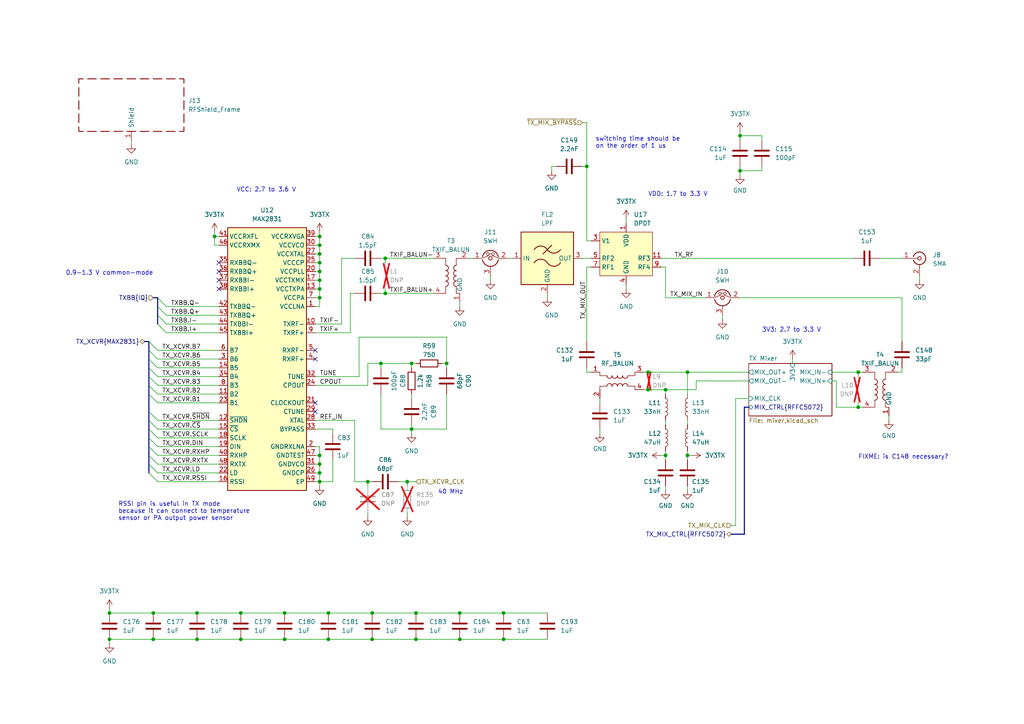
<source format=kicad_sch>
(kicad_sch (version 20230121) (generator eeschema)
  (paper "A4")
  (title_block (title "${TITLE}") (date "${DATE}") (rev "${VERSION}") (company "${COPYRIGHT}") (comment 1 "${LICENSE}"))
  (bus_alias "MAX2831" (members "~{SHDN}" "~{CS}" "SCLK" "DIN" "RXHP" "RXTX" "LD" "RSSI" "B[1..7]" ""))
  (junction (at 92.71 86.36))
  (junction (at 199.39 132.08))
  (junction (at 95.25 185.42))
  (junction (at 57.15 177.8))
  (junction (at 129.54 105.41))
  (junction (at 214.63 39.37))
  (junction (at 111.76 74.93))
  (junction (at 92.71 132.08))
  (junction (at 106.68 139.7))
  (junction (at 92.71 76.2))
  (junction (at 199.39 107.95))
  (junction (at 69.85 185.42))
  (junction (at 187.96 113.03))
  (junction (at 193.04 132.08))
  (junction (at 110.49 105.41))
  (junction (at 92.71 73.66))
  (junction (at 31.75 185.42))
  (junction (at 111.76 85.09))
  (junction (at 92.71 68.58))
  (junction (at 214.63 49.53))
  (junction (at 92.71 139.7))
  (junction (at 82.55 185.42))
  (junction (at 119.38 124.46))
  (junction (at 193.04 113.03))
  (junction (at 118.11 139.7))
  (junction (at 82.55 177.8))
  (junction (at 31.75 177.8))
  (junction (at 92.71 78.74))
  (junction (at 120.65 185.42))
  (junction (at 92.71 71.12))
  (junction (at 187.96 107.95))
  (junction (at 248.92 118.11))
  (junction (at 120.65 177.8))
  (junction (at 44.45 185.42))
  (junction (at 107.95 185.42))
  (junction (at 62.23 68.58))
  (junction (at 69.85 177.8))
  (junction (at 119.38 105.41))
  (junction (at 248.92 107.95))
  (junction (at 92.71 134.62))
  (junction (at 44.45 177.8))
  (junction (at 92.71 81.28))
  (junction (at 133.35 185.42))
  (junction (at 95.25 177.8))
  (junction (at 92.71 137.16))
  (junction (at 92.71 83.82))
  (junction (at 133.35 177.8))
  (junction (at 146.05 185.42))
  (junction (at 170.18 48.26))
  (junction (at 107.95 177.8))
  (junction (at 146.05 177.8))
  (junction (at 57.15 185.42))
  (no_connect (at 63.5 81.28))
  (no_connect (at 91.44 104.14))
  (no_connect (at 91.44 116.84))
  (no_connect (at 91.44 101.6))
  (no_connect (at 63.5 83.82))
  (no_connect (at 91.44 119.38))
  (no_connect (at 63.5 76.2))
  (no_connect (at 63.5 78.74))
  (bus_entry (at 43.18 114.3) (size 2.54 2.54))
  (bus_entry (at 45.72 86.36) (size 2.54 2.54))
  (bus_entry (at 45.72 93.98) (size 2.54 2.54))
  (bus_entry (at 43.18 109.22) (size 2.54 2.54))
  (bus_entry (at 43.18 134.62) (size 2.54 2.54))
  (bus_entry (at 43.18 99.06) (size 2.54 2.54))
  (bus_entry (at 43.18 101.6) (size 2.54 2.54))
  (bus_entry (at 45.72 88.9) (size 2.54 2.54))
  (bus_entry (at 43.18 132.08) (size 2.54 2.54))
  (bus_entry (at 43.18 106.68) (size 2.54 2.54))
  (bus_entry (at 43.18 104.14) (size 2.54 2.54))
  (bus_entry (at 45.72 91.44) (size 2.54 2.54))
  (bus_entry (at 43.18 137.16) (size 2.54 2.54))
  (bus_entry (at 43.18 127) (size 2.54 2.54))
  (bus_entry (at 43.18 124.46) (size 2.54 2.54))
  (bus_entry (at 43.18 119.38) (size 2.54 2.54))
  (bus_entry (at 43.18 129.54) (size 2.54 2.54))
  (bus_entry (at 43.18 121.92) (size 2.54 2.54))
  (bus_entry (at 43.18 111.76) (size 2.54 2.54))
  (wire (pts (xy 95.25 177.8) (xy 107.95 177.8)))
  (wire (pts (xy 199.39 132.08) (xy 199.39 133.35)))
  (wire (pts (xy 220.98 49.53) (xy 220.98 48.26)))
  (wire (pts (xy 214.63 38.1) (xy 214.63 39.37)))
  (wire (pts (xy 111.76 85.09) (xy 125.73 85.09)))
  (wire (pts (xy 168.91 74.93) (xy 171.45 74.93)))
  (wire (pts (xy 96.52 133.35) (xy 96.52 139.7)))
  (wire (pts (xy 48.26 93.98) (xy 63.5 93.98)))
  (wire (pts (xy 170.18 35.56) (xy 170.18 48.26)))
  (wire (pts (xy 45.72 109.22) (xy 63.5 109.22)))
  (wire (pts (xy 266.7 80.01) (xy 266.7 81.28)))
  (wire (pts (xy 187.96 107.95) (xy 199.39 107.95)))
  (wire (pts (xy 62.23 67.31) (xy 62.23 68.58)))
  (bus (pts (xy 45.72 93.98) (xy 45.72 91.44)))
  (wire (pts (xy 135.89 74.93) (xy 137.16 74.93)))
  (wire (pts (xy 214.63 49.53) (xy 220.98 49.53)))
  (wire (pts (xy 69.85 185.42) (xy 82.55 185.42)))
  (wire (pts (xy 248.92 118.11) (xy 248.92 116.84)))
  (bus (pts (xy 43.18 121.92) (xy 43.18 119.38)))
  (wire (pts (xy 91.44 111.76) (xy 106.68 111.76)))
  (wire (pts (xy 158.75 85.09) (xy 158.75 86.36)))
  (wire (pts (xy 170.18 77.47) (xy 171.45 77.47)))
  (wire (pts (xy 168.91 48.26) (xy 170.18 48.26)))
  (wire (pts (xy 92.71 78.74) (xy 92.71 76.2)))
  (wire (pts (xy 199.39 132.08) (xy 200.66 132.08)))
  (wire (pts (xy 191.77 74.93) (xy 247.65 74.93)))
  (wire (pts (xy 170.18 69.85) (xy 171.45 69.85)))
  (wire (pts (xy 110.49 114.3) (xy 110.49 124.46)))
  (wire (pts (xy 92.71 76.2) (xy 92.71 73.66)))
  (wire (pts (xy 193.04 140.97) (xy 193.04 142.24)))
  (wire (pts (xy 118.11 148.59) (xy 118.11 149.86)))
  (wire (pts (xy 120.65 185.42) (xy 133.35 185.42)))
  (wire (pts (xy 146.05 177.8) (xy 158.75 177.8)))
  (wire (pts (xy 255.27 74.93) (xy 261.62 74.93)))
  (wire (pts (xy 170.18 48.26) (xy 170.18 69.85)))
  (wire (pts (xy 193.04 113.03) (xy 193.04 114.3)))
  (wire (pts (xy 104.14 109.22) (xy 91.44 109.22)))
  (wire (pts (xy 92.71 137.16) (xy 92.71 139.7)))
  (wire (pts (xy 95.25 185.42) (xy 107.95 185.42)))
  (wire (pts (xy 119.38 105.41) (xy 110.49 105.41)))
  (wire (pts (xy 31.75 176.53) (xy 31.75 177.8)))
  (wire (pts (xy 119.38 124.46) (xy 110.49 124.46)))
  (wire (pts (xy 193.04 113.03) (xy 187.96 113.03)))
  (wire (pts (xy 209.55 91.44) (xy 209.55 92.71)))
  (wire (pts (xy 44.45 185.42) (xy 57.15 185.42)))
  (bus (pts (xy 44.45 86.36) (xy 45.72 86.36)))
  (wire (pts (xy 45.72 124.46) (xy 63.5 124.46)))
  (wire (pts (xy 161.29 48.26) (xy 160.02 48.26)))
  (bus (pts (xy 43.18 137.16) (xy 43.18 134.62)))
  (wire (pts (xy 31.75 185.42) (xy 31.75 186.69)))
  (wire (pts (xy 129.54 97.79) (xy 104.14 97.79)))
  (wire (pts (xy 110.49 85.09) (xy 111.76 85.09)))
  (bus (pts (xy 43.18 132.08) (xy 43.18 129.54)))
  (wire (pts (xy 129.54 105.41) (xy 129.54 97.79)))
  (wire (pts (xy 45.72 132.08) (xy 63.5 132.08)))
  (wire (pts (xy 193.04 86.36) (xy 193.04 77.47)))
  (wire (pts (xy 38.1 40.64) (xy 38.1 41.91)))
  (bus (pts (xy 41.91 99.06) (xy 43.18 99.06)))
  (wire (pts (xy 99.06 93.98) (xy 99.06 74.93)))
  (wire (pts (xy 261.62 107.95) (xy 261.62 106.68)))
  (wire (pts (xy 110.49 74.93) (xy 111.76 74.93)))
  (wire (pts (xy 199.39 140.97) (xy 199.39 142.24)))
  (wire (pts (xy 193.04 86.36) (xy 204.47 86.36)))
  (wire (pts (xy 99.06 74.93) (xy 102.87 74.93)))
  (wire (pts (xy 217.17 115.57) (xy 213.36 115.57)))
  (wire (pts (xy 118.11 139.7) (xy 120.65 139.7)))
  (wire (pts (xy 48.26 88.9) (xy 63.5 88.9)))
  (wire (pts (xy 48.26 96.52) (xy 63.5 96.52)))
  (wire (pts (xy 119.38 105.41) (xy 119.38 106.68)))
  (wire (pts (xy 106.68 148.59) (xy 106.68 149.86)))
  (wire (pts (xy 193.04 132.08) (xy 193.04 133.35)))
  (wire (pts (xy 248.92 107.95) (xy 250.19 107.95)))
  (wire (pts (xy 118.11 139.7) (xy 118.11 140.97)))
  (wire (pts (xy 191.77 132.08) (xy 193.04 132.08)))
  (wire (pts (xy 199.39 121.92) (xy 199.39 123.19)))
  (wire (pts (xy 199.39 130.81) (xy 199.39 132.08)))
  (wire (pts (xy 92.71 134.62) (xy 92.71 137.16)))
  (wire (pts (xy 111.76 76.2) (xy 111.76 74.93)))
  (wire (pts (xy 181.61 82.55) (xy 181.61 83.82)))
  (wire (pts (xy 110.49 105.41) (xy 110.49 106.68)))
  (wire (pts (xy 62.23 71.12) (xy 63.5 71.12)))
  (wire (pts (xy 201.93 113.03) (xy 193.04 113.03)))
  (wire (pts (xy 92.71 139.7) (xy 96.52 139.7)))
  (wire (pts (xy 214.63 39.37) (xy 214.63 40.64)))
  (wire (pts (xy 92.71 83.82) (xy 92.71 81.28)))
  (wire (pts (xy 186.69 107.95) (xy 187.96 107.95)))
  (bus (pts (xy 43.18 104.14) (xy 43.18 101.6)))
  (bus (pts (xy 217.17 118.11) (xy 215.9 118.11)))
  (wire (pts (xy 111.76 74.93) (xy 125.73 74.93)))
  (wire (pts (xy 62.23 68.58) (xy 63.5 68.58)))
  (bus (pts (xy 43.18 109.22) (xy 43.18 106.68)))
  (wire (pts (xy 104.14 97.79) (xy 104.14 109.22)))
  (wire (pts (xy 170.18 106.68) (xy 170.18 107.95)))
  (bus (pts (xy 43.18 134.62) (xy 43.18 132.08)))
  (wire (pts (xy 91.44 134.62) (xy 92.71 134.62)))
  (wire (pts (xy 45.72 134.62) (xy 63.5 134.62)))
  (wire (pts (xy 91.44 83.82) (xy 92.71 83.82)))
  (wire (pts (xy 92.71 68.58) (xy 92.71 67.31)))
  (wire (pts (xy 57.15 177.8) (xy 69.85 177.8)))
  (wire (pts (xy 91.44 68.58) (xy 92.71 68.58)))
  (wire (pts (xy 170.18 99.06) (xy 170.18 77.47)))
  (wire (pts (xy 91.44 86.36) (xy 92.71 86.36)))
  (bus (pts (xy 215.9 118.11) (xy 215.9 154.94)))
  (wire (pts (xy 101.6 85.09) (xy 101.6 96.52)))
  (wire (pts (xy 106.68 139.7) (xy 107.95 139.7)))
  (wire (pts (xy 102.87 121.92) (xy 102.87 139.7)))
  (wire (pts (xy 248.92 118.11) (xy 242.57 118.11)))
  (wire (pts (xy 92.71 132.08) (xy 92.71 134.62)))
  (wire (pts (xy 91.44 78.74) (xy 92.71 78.74)))
  (wire (pts (xy 119.38 124.46) (xy 119.38 125.73)))
  (wire (pts (xy 248.92 107.95) (xy 248.92 109.22)))
  (wire (pts (xy 57.15 185.42) (xy 69.85 185.42)))
  (wire (pts (xy 107.95 177.8) (xy 120.65 177.8)))
  (wire (pts (xy 82.55 185.42) (xy 95.25 185.42)))
  (wire (pts (xy 91.44 81.28) (xy 92.71 81.28)))
  (wire (pts (xy 119.38 124.46) (xy 129.54 124.46)))
  (wire (pts (xy 133.35 177.8) (xy 146.05 177.8)))
  (wire (pts (xy 45.72 116.84) (xy 63.5 116.84)))
  (wire (pts (xy 147.32 74.93) (xy 148.59 74.93)))
  (wire (pts (xy 181.61 63.5) (xy 181.61 64.77)))
  (wire (pts (xy 146.05 185.42) (xy 158.75 185.42)))
  (wire (pts (xy 106.68 139.7) (xy 106.68 140.97)))
  (wire (pts (xy 220.98 39.37) (xy 220.98 40.64)))
  (wire (pts (xy 193.04 77.47) (xy 191.77 77.47)))
  (wire (pts (xy 62.23 68.58) (xy 62.23 71.12)))
  (wire (pts (xy 214.63 49.53) (xy 214.63 50.8)))
  (wire (pts (xy 91.44 93.98) (xy 99.06 93.98)))
  (wire (pts (xy 199.39 107.95) (xy 217.17 107.95)))
  (wire (pts (xy 142.24 80.01) (xy 142.24 81.28)))
  (wire (pts (xy 199.39 107.95) (xy 199.39 114.3)))
  (bus (pts (xy 43.18 114.3) (xy 43.18 111.76)))
  (wire (pts (xy 91.44 71.12) (xy 92.71 71.12)))
  (wire (pts (xy 170.18 107.95) (xy 171.45 107.95)))
  (wire (pts (xy 91.44 76.2) (xy 92.71 76.2)))
  (wire (pts (xy 92.71 139.7) (xy 92.71 140.97)))
  (bus (pts (xy 43.18 101.6) (xy 43.18 99.06)))
  (wire (pts (xy 45.72 127) (xy 63.5 127)))
  (wire (pts (xy 91.44 121.92) (xy 102.87 121.92)))
  (wire (pts (xy 69.85 177.8) (xy 82.55 177.8)))
  (wire (pts (xy 115.57 139.7) (xy 118.11 139.7)))
  (wire (pts (xy 133.35 185.42) (xy 146.05 185.42)))
  (wire (pts (xy 45.72 139.7) (xy 63.5 139.7)))
  (wire (pts (xy 193.04 130.81) (xy 193.04 132.08)))
  (wire (pts (xy 45.72 137.16) (xy 63.5 137.16)))
  (wire (pts (xy 45.72 114.3) (xy 63.5 114.3)))
  (wire (pts (xy 111.76 83.82) (xy 111.76 85.09)))
  (wire (pts (xy 241.3 107.95) (xy 248.92 107.95)))
  (wire (pts (xy 92.71 81.28) (xy 92.71 78.74)))
  (wire (pts (xy 250.19 118.11) (xy 248.92 118.11)))
  (wire (pts (xy 45.72 129.54) (xy 63.5 129.54)))
  (wire (pts (xy 91.44 139.7) (xy 92.71 139.7)))
  (wire (pts (xy 96.52 124.46) (xy 96.52 125.73)))
  (wire (pts (xy 133.35 87.63) (xy 133.35 88.9)))
  (wire (pts (xy 193.04 121.92) (xy 193.04 123.19)))
  (wire (pts (xy 186.69 113.03) (xy 187.96 113.03)))
  (wire (pts (xy 91.44 132.08) (xy 92.71 132.08)))
  (bus (pts (xy 45.72 91.44) (xy 45.72 88.9)))
  (wire (pts (xy 31.75 185.42) (xy 44.45 185.42)))
  (bus (pts (xy 215.9 154.94) (xy 212.09 154.94)))
  (wire (pts (xy 173.99 115.57) (xy 173.99 116.84)))
  (wire (pts (xy 102.87 85.09) (xy 101.6 85.09)))
  (wire (pts (xy 160.02 48.26) (xy 160.02 49.53)))
  (wire (pts (xy 44.45 177.8) (xy 57.15 177.8)))
  (wire (pts (xy 201.93 110.49) (xy 217.17 110.49)))
  (wire (pts (xy 129.54 105.41) (xy 128.27 105.41)))
  (bus (pts (xy 43.18 119.38) (xy 43.18 114.3)))
  (wire (pts (xy 91.44 129.54) (xy 92.71 129.54)))
  (wire (pts (xy 45.72 121.92) (xy 63.5 121.92)))
  (wire (pts (xy 242.57 110.49) (xy 241.3 110.49)))
  (wire (pts (xy 91.44 124.46) (xy 96.52 124.46)))
  (wire (pts (xy 242.57 118.11) (xy 242.57 110.49)))
  (wire (pts (xy 106.68 111.76) (xy 106.68 105.41)))
  (wire (pts (xy 45.72 104.14) (xy 63.5 104.14)))
  (wire (pts (xy 119.38 123.19) (xy 119.38 124.46)))
  (wire (pts (xy 82.55 177.8) (xy 95.25 177.8)))
  (wire (pts (xy 119.38 114.3) (xy 119.38 115.57)))
  (wire (pts (xy 213.36 115.57) (xy 213.36 152.4)))
  (wire (pts (xy 92.71 88.9) (xy 91.44 88.9)))
  (wire (pts (xy 213.36 152.4) (xy 212.09 152.4)))
  (wire (pts (xy 91.44 137.16) (xy 92.71 137.16)))
  (wire (pts (xy 129.54 114.3) (xy 129.54 124.46)))
  (wire (pts (xy 201.93 113.03) (xy 201.93 110.49)))
  (bus (pts (xy 43.18 124.46) (xy 43.18 121.92)))
  (bus (pts (xy 45.72 88.9) (xy 45.72 86.36)))
  (wire (pts (xy 107.95 185.42) (xy 120.65 185.42)))
  (bus (pts (xy 43.18 129.54) (xy 43.18 127)))
  (wire (pts (xy 45.72 106.68) (xy 63.5 106.68)))
  (wire (pts (xy 92.71 83.82) (xy 92.71 86.36)))
  (wire (pts (xy 214.63 86.36) (xy 261.62 86.36)))
  (wire (pts (xy 214.63 39.37) (xy 220.98 39.37)))
  (wire (pts (xy 120.65 105.41) (xy 119.38 105.41)))
  (wire (pts (xy 31.75 177.8) (xy 44.45 177.8)))
  (bus (pts (xy 43.18 111.76) (xy 43.18 109.22)))
  (wire (pts (xy 120.65 177.8) (xy 133.35 177.8)))
  (wire (pts (xy 102.87 139.7) (xy 106.68 139.7)))
  (wire (pts (xy 45.72 111.76) (xy 63.5 111.76)))
  (wire (pts (xy 92.71 71.12) (xy 92.71 68.58)))
  (wire (pts (xy 106.68 105.41) (xy 110.49 105.41)))
  (bus (pts (xy 43.18 106.68) (xy 43.18 104.14)))
  (wire (pts (xy 173.99 124.46) (xy 173.99 125.73)))
  (wire (pts (xy 229.87 104.14) (xy 229.87 105.41)))
  (wire (pts (xy 214.63 48.26) (xy 214.63 49.53)))
  (wire (pts (xy 92.71 129.54) (xy 92.71 132.08)))
  (wire (pts (xy 48.26 91.44) (xy 63.5 91.44)))
  (wire (pts (xy 92.71 73.66) (xy 92.71 71.12)))
  (wire (pts (xy 129.54 105.41) (xy 129.54 106.68)))
  (wire (pts (xy 101.6 96.52) (xy 91.44 96.52)))
  (wire (pts (xy 261.62 86.36) (xy 261.62 99.06)))
  (wire (pts (xy 45.72 101.6) (xy 63.5 101.6)))
  (wire (pts (xy 168.91 35.56) (xy 170.18 35.56)))
  (wire (pts (xy 92.71 86.36) (xy 92.71 88.9)))
  (bus (pts (xy 43.18 127) (xy 43.18 124.46)))
  (wire (pts (xy 91.44 73.66) (xy 92.71 73.66)))
  (wire (pts (xy 257.81 120.65) (xy 257.81 121.92)))
  (wire (pts (xy 260.35 107.95) (xy 261.62 107.95)))
  (text "40 MHz" (at 127 143.51 0) (effects (font (size 1.27 1.27)) (justify left bottom)))
  (text "VDD: 1.7 to 3.3 V" (at 187.96 57.15 0) (effects (font (size 1.27 1.27)) (justify left bottom)))
  (text "FIXME: is C148 necessary?" (at 248.92 133.35 0) (effects (font (size 1.27 1.27)) (justify left bottom)))
  (text "RSSI pin is useful in TX mode\nbecause it can connect to temperature\nsensor or PA output power sensor" (at 34.29 151.13 0) (effects (font (size 1.27 1.27)) (justify left bottom)))
  (text "3V3: 2.7 to 3.3 V" (at 220.98 96.52 0) (effects (font (size 1.27 1.27)) (justify left bottom)))
  (text "switching time should be\non the order of 1 us" (at 172.72 43.18 0) (effects (font (size 1.27 1.27)) (justify left bottom)))
  (text "0.9-1.3 V common-mode" (at 19.05 80.01 0) (effects (font (size 1.27 1.27)) (justify left bottom)))
  (text "VCC: 2.7 to 3.6 V" (at 68.58 55.88 0) (effects (font (size 1.27 1.27)) (justify left bottom)))
  (label "TX_XCVR.B1" (at 46.99 116.84 0))
  (label "TXBB.Q-" (at 49.53 88.9 0))
  (label "TXBB.Q+" (at 49.53 91.44 0))
  (label "TXIF-" (at 92.71 93.98 0))
  (label "TX_XCVR.B7" (at 46.99 101.6 0))
  (label "TX_MIX_IN" (at 194.31 86.36 0))
  (label "TX_XCVR.~{SHDN}" (at 46.99 121.92 0))
  (label "CPOUT" (at 92.71 111.76 0))
  (label "TX_XCVR.LD" (at 46.99 137.16 0))
  (label "TXBB.I+" (at 49.53 96.52 0))
  (label "TX_XCVR.RXTX" (at 46.99 134.62 0))
  (label "TX_XCVR.B4" (at 46.99 109.22 0))
  (label "TXIF_BALUN+" (at 113.03 85.09 0))
  (label "TX_XCVR.DIN" (at 46.99 129.54 0))
  (label "TX_XCVR.RXHP" (at 46.99 132.08 0))
  (label "TX_XCVR.B5" (at 46.99 106.68 0))
  (label "TX_XCVR.B2" (at 46.99 114.3 0))
  (label "TX_XCVR.SCLK" (at 46.99 127 0))
  (label "TX_MIX_OUT" (at 170.18 92.71 90))
  (label "TXIF+" (at 92.71 96.52 0))
  (label "TX_RF" (at 195.58 74.93 0))
  (label "TX_XCVR.B3" (at 46.99 111.76 0))
  (label "TXIF_BALUN-" (at 113.03 74.93 0))
  (label "TX_XCVR.B6" (at 46.99 104.14 0))
  (label "TXBB.I-" (at 49.53 93.98 0))
  (label "TUNE" (at 92.71 109.22 0))
  (label "REF_IN" (at 92.71 121.92 0))
  (label "TX_XCVR.~{CS}" (at 46.99 124.46 0))
  (label "TX_XCVR.RSSI" (at 46.99 139.7 0))
  (hierarchical_label "TX_MIX_CLK" (shape input) (at 212.09 152.4 180))
  (hierarchical_label "TX_XCVR_CLK" (shape input) (at 120.65 139.7 0))
  (hierarchical_label "TX_MIX_CTRL{RFFC5072}" (shape bidirectional) (at 212.09 154.94 180))
  (hierarchical_label "TXBB{IQ}" (shape input) (at 44.45 86.36 180))
  (hierarchical_label "TX_XCVR{MAX2831}" (shape bidirectional) (at 41.91 99.06 180))
  (hierarchical_label "~{TX_MIX_BYPASS}" (shape input) (at 168.91 35.56 180))
  (symbol (lib_id "Device:L") (at 111.76 80.01 0) (unit 1) (dnp yes)
    (property "Reference" "L1" (at 113.03 78.74 0) (effects (justify left)))
    (property "Value" "DNP" (at 113.03 81.28 0) (effects (justify left)))
    (property "Footprint" "Inductor_SMD:L_0201_0603Metric" (effects hide))
  )
  (symbol (lib_id "support_hardware:3V3TX") (at 181.61 63.5 0) (unit 1)
    (property "Reference" "#PWR0188" (effects hide))
    (property "Value" "3V3TX" (at 181.61 58.42 0))
  )
  (symbol (lib_id "power:GND") (at 199.39 142.24 0) (mirror y) (unit 1)
    (property "Reference" "#PWR023" (effects hide))
    (property "Value" "GND" (at 199.39 146.6834 0))
    (instances (project "ununs" (path "" (reference "#PWR023") (unit 1))) (project "mainboard" (path "" (reference "#PWR0227") (unit 1))))
  )
  (symbol (lib_id "power:GND") (at 266.7 81.28 0) (unit 1)
    (property "Reference" "#PWR023" (effects hide))
    (property "Value" "GND" (at 266.7 86.36 0))
    (instances (project "ununs" (path "" (reference "#PWR023") (unit 1))) (project "mainboard" (path "" (reference "#PWR0224") (unit 1))))
  )
  (symbol (lib_id "Device:R") (at 124.46 105.41 270) (mirror x) (unit 1)
    (property "Reference" "R59" (at 124.46 100.33 90))
    (property "Value" "750" (at 124.46 102.87 90))
    (property "Footprint" "Resistor_SMD:R_0201_0603Metric" (effects hide))
    (property "Description" "RES 750 OHM 5% 1/20W 0201" (effects hide))
    (property "Manufacturer" "Yageo" (effects hide))
    (property "Part Number" "RC0201JR-07750RL" (effects hide))
    (property "Substitution" "any equivalent" (effects hide))
  )
  (symbol (lib_id "Device:R") (at 118.11 144.78 0) (unit 1) (dnp yes)
    (property "Reference" "R135" (at 120.65 143.51 0) (effects (justify left)))
    (property "Value" "DNP" (at 120.65 146.05 0) (effects (justify left)))
    (property "Footprint" "Resistor_SMD:R_0402_1005Metric" (effects hide))
  )
  (symbol (lib_id "power:GND") (at 38.1 41.91 0) (unit 1)
    (property "Reference" "#PWR0309" (effects hide))
    (property "Value" "GND" (at 38.1 46.99 0))
  )
  (symbol (lib_id "Device:C") (at 106.68 74.93 90) (unit 1)
    (property "Reference" "C84" (at 106.68 68.58 90))
    (property "Value" "1.5pF" (at 106.68 71.12 90))
    (property "Footprint" "Capacitor_SMD:C_0201_0603Metric" (effects hide))
    (property "Description" "CAP CER 1.5PF 50V C0G/NP0 0201" (effects hide))
    (property "Manufacturer" "Murata" (effects hide))
    (property "Part Number" "GRM0335C1H1R5CA01D" (effects hide))
    (property "Substitution" "GRM0335C1H1R5CA01*" (effects hide))
  )
  (symbol (lib_id "Device:L") (at 193.04 118.11 0) (mirror x) (unit 1)
    (property "Reference" "L11" (at 191.77 116.84 0) (effects (justify right)))
    (property "Value" "33nH" (at 191.77 119.38 0) (effects (justify right)))
    (property "Footprint" "Inductor_SMD:L_0201_0603Metric" (effects hide))
    (property "Description" "FIXED IND 33NH 120MA 2.95OHM SMD" (effects hide))
    (property "Manufacturer" "Murata" (effects hide))
    (property "Part Number" "LQP03TN33NJ02D" (effects hide))
  )
  (symbol (lib_id "support_hardware:3V3TX") (at 92.71 67.31 0) (unit 1)
    (property "Reference" "#PWR0187" (effects hide))
    (property "Value" "3V3TX" (at 92.71 62.23 0))
  )
  (symbol (lib_id "power:GND") (at 209.55 92.71 0) (unit 1)
    (property "Reference" "#PWR023" (effects hide))
    (property "Value" "GND" (at 209.55 97.79 0))
    (instances (project "ununs" (path "" (reference "#PWR023") (unit 1))) (project "mainboard" (path "" (reference "#PWR0276") (unit 1))))
  )
  (symbol (lib_id "support_hardware:3V3TX") (at 200.66 132.08 270) (unit 1)
    (property "Reference" "#PWR0267" (effects hide))
    (property "Value" "3V3TX" (at 204.47 132.08 90) (effects (justify left)))
  )
  (symbol (lib_id "Device:C") (at 120.65 181.61 180) (unit 1)
    (property "Reference" "C183" (at 124.46 180.34 0) (effects (justify right)))
    (property "Value" "1uF" (at 124.46 182.88 0) (effects (justify right)))
    (property "Footprint" "Capacitor_SMD:C_0201_0603Metric" (effects hide))
    (property "Description" "CAP CER 1UF 10V X5R 0201" (effects hide))
    (property "Manufacturer" "Murata" (effects hide))
    (property "Part Number" "GRM033R61A105ME44D" (effects hide))
    (property "Substitution" "GRM033R61A105ME44*, GRM033R61C105ME15*, Samsung CL03A105MO3NRN*" (effects hide))
  )
  (symbol (lib_id "Device:C") (at 119.38 119.38 0) (mirror x) (unit 1)
    (property "Reference" "C89" (at 125.73 119.38 90))
    (property "Value" "2.2nF" (at 123.19 119.38 90))
    (property "Footprint" "Capacitor_SMD:C_0201_0603Metric" (effects hide))
    (property "Description" "CAP CER 2200PF 10V X7R 0201" (effects hide))
    (property "Manufacturer" "Murata" (effects hide))
    (property "Part Number" "GRM033R71A222KA01D" (effects hide))
    (property "Substitution" "GRM033R71A222KA01*" (effects hide))
  )
  (symbol (lib_id "Device:C") (at 57.15 181.61 180) (unit 1)
    (property "Reference" "C178" (at 60.96 180.34 0) (effects (justify right)))
    (property "Value" "1uF" (at 60.96 182.88 0) (effects (justify right)))
    (property "Footprint" "Capacitor_SMD:C_0201_0603Metric" (effects hide))
    (property "Description" "CAP CER 1UF 10V X5R 0201" (effects hide))
    (property "Manufacturer" "Murata" (effects hide))
    (property "Part Number" "GRM033R61A105ME44D" (effects hide))
    (property "Substitution" "GRM033R61A105ME44*, GRM033R61C105ME15*, Samsung CL03A105MO3NRN*" (effects hide))
  )
  (symbol (lib_id "Device:C") (at 214.63 44.45 0) (mirror x) (unit 1)
    (property "Reference" "C114" (at 210.82 43.18 0) (effects (justify right)))
    (property "Value" "1uF" (at 210.82 45.72 0) (effects (justify right)))
    (property "Footprint" "Capacitor_SMD:C_0201_0603Metric" (effects hide))
    (property "Part Number" "GRM033R61A105ME44D" (effects hide))
    (property "Substitution" "GRM033R61A105ME44*, GRM033R61C105ME15*, Samsung CL03A105MO3NRN*" (effects hide))
    (property "Description" "CAP CER 1UF 10V X5R 0201" (effects hide))
    (property "Manufacturer" "Murata" (effects hide))
  )
  (symbol (lib_id "radio:B0310J50100AHF") (at 179.07 110.49 0) (unit 1)
    (property "Reference" "T5" (at 179.07 102.87 0))
    (property "Value" "RF_BALUN" (at 179.07 105.41 0))
    (property "Footprint" "RF_Converter:Anaren_0805_2012Metric-6" (effects hide))
    (property "Datasheet" "https://cdn.ttm.com/repository/products/wireless-xinger/balun-transformers/B0310J50100AHF/B0310J50100AHF.pdf" (effects hide))
    (property "Description" "BALUN 300MHZ-1GHZ 50/100 0805" (effects hide))
    (property "Manufacturer" "TTM Technologies" (effects hide))
    (property "Part Number" "B0310J50100AHF" (effects hide))
  )
  (symbol (lib_id "Device:C") (at 173.99 120.65 180) (unit 1)
    (property "Reference" "C133" (at 177.8 119.38 0) (effects (justify right)))
    (property "Value" "1uF" (at 177.8 121.92 0) (effects (justify right)))
    (property "Footprint" "Capacitor_SMD:C_0201_0603Metric" (effects hide))
    (property "Description" "CAP CER 1UF 10V X5R 0201" (effects hide))
    (property "Manufacturer" "Murata" (effects hide))
    (property "Part Number" "GRM033R61A105ME44D" (effects hide))
    (property "Substitution" "GRM033R61A105ME44*, GRM033R61C105ME15*, Samsung CL03A105MO3NRN*" (effects hide))
  )
  (symbol (lib_id "radio:Conn_Coaxial_MM8930-2620") (at 209.55 86.36 0) (unit 1)
    (property "Reference" "J10" (at 209.55 78.74 0))
    (property "Value" "SWH" (at 209.55 81.28 0))
    (property "Footprint" "mainboard:Murata_SWH_MM8930-26xx" (effects hide))
    (property "Datasheet" "https://www.murata.com/-/media/webrenewal/support/library/catalog/products/connector/o30e.ashx" (effects hide))
    (property "Description" "COAX CONN TWO-WAY" (effects hide))
    (property "Manufacturer" "Murata" (effects hide))
    (property "Part Number" "MM8930-2620RJ4" (effects hide))
    (property "Substitution" "MM8930-2620RK15" (effects hide))
  )
  (symbol (lib_name "GND_2") (lib_id "power:GND") (at 31.75 186.69 0) (unit 1)
    (property "Reference" "#PWR070" (effects hide))
    (property "Value" "GND" (at 31.75 191.77 0))
  )
  (symbol (lib_name "GND_2") (lib_id "power:GND") (at 158.75 86.36 0) (unit 1)
    (property "Reference" "#PWR0194" (effects hide))
    (property "Value" "GND" (at 160.02 91.44 0))
  )
  (symbol (lib_id "Device:C") (at 106.68 144.78 0) (unit 1) (dnp yes)
    (property "Reference" "C87" (at 110.49 143.51 0) (effects (justify left)))
    (property "Value" "DNP" (at 110.49 146.05 0) (effects (justify left)))
    (property "Footprint" "Capacitor_SMD:C_0201_0603Metric" (effects hide))
  )
  (symbol (lib_id "power:GND") (at 118.11 149.86 0) (unit 1)
    (property "Reference" "#PWR0344" (effects hide))
    (property "Value" "GND" (at 118.11 154.94 0))
  )
  (symbol (lib_id "support_hardware:3V3TX") (at 214.63 38.1 0) (unit 1)
    (property "Reference" "#PWR0264" (effects hide))
    (property "Value" "3V3TX" (at 214.63 33.02 0))
  )
  (symbol (lib_id "power:GND") (at 181.61 83.82 0) (unit 1)
    (property "Reference" "#PWR023" (effects hide))
    (property "Value" "GND" (at 181.61 88.9 0))
    (instances (project "ununs" (path "" (reference "#PWR023") (unit 1))) (project "mainboard" (path "" (reference "#PWR0223") (unit 1))))
  )
  (symbol (lib_id "Device:C") (at 133.35 181.61 180) (unit 1)
    (property "Reference" "C184" (at 137.16 180.34 0) (effects (justify right)))
    (property "Value" "1uF" (at 137.16 182.88 0) (effects (justify right)))
    (property "Footprint" "Capacitor_SMD:C_0201_0603Metric" (effects hide))
    (property "Description" "CAP CER 1UF 10V X5R 0201" (effects hide))
    (property "Manufacturer" "Murata" (effects hide))
    (property "Part Number" "GRM033R61A105ME44D" (effects hide))
    (property "Substitution" "GRM033R61A105ME44*, GRM033R61C105ME15*, Samsung CL03A105MO3NRN*" (effects hide))
  )
  (symbol (lib_id "Device:C") (at 31.75 181.61 180) (unit 1)
    (property "Reference" "C176" (at 35.56 180.34 0) (effects (justify right)))
    (property "Value" "1uF" (at 35.56 182.88 0) (effects (justify right)))
    (property "Footprint" "Capacitor_SMD:C_0201_0603Metric" (effects hide))
    (property "Description" "CAP CER 1UF 10V X5R 0201" (effects hide))
    (property "Manufacturer" "Murata" (effects hide))
    (property "Part Number" "GRM033R61A105ME44D" (effects hide))
    (property "Substitution" "GRM033R61A105ME44*, GRM033R61C105ME15*, Samsung CL03A105MO3NRN*" (effects hide))
  )
  (symbol (lib_id "Device:C") (at 44.45 181.61 180) (unit 1)
    (property "Reference" "C177" (at 48.26 180.34 0) (effects (justify right)))
    (property "Value" "1uF" (at 48.26 182.88 0) (effects (justify right)))
    (property "Footprint" "Capacitor_SMD:C_0201_0603Metric" (effects hide))
    (property "Description" "CAP CER 1UF 10V X5R 0201" (effects hide))
    (property "Manufacturer" "Murata" (effects hide))
    (property "Part Number" "GRM033R61A105ME44D" (effects hide))
    (property "Substitution" "GRM033R61A105ME44*, GRM033R61C105ME15*, Samsung CL03A105MO3NRN*" (effects hide))
  )
  (symbol (lib_id "power:GND") (at 160.02 49.53 0) (mirror y) (unit 1)
    (property "Reference" "#PWR023" (effects hide))
    (property "Value" "GND" (at 160.02 54.61 0))
    (instances (project "ununs" (path "" (reference "#PWR023") (unit 1))) (project "mainboard" (path "" (reference "#PWR0269") (unit 1))))
  )
  (symbol (lib_id "Device:C") (at 261.62 102.87 0) (unit 1)
    (property "Reference" "C148" (at 265.43 101.6 0) (effects (justify left)))
    (property "Value" "33pF" (at 265.43 104.14 0) (effects (justify left)))
    (property "Footprint" "Capacitor_SMD:C_0201_0603Metric" (effects hide))
    (property "Description" "CAP CER 33PF 25V C0G/NP0 0201" (effects hide))
    (property "Manufacturer" "Samsung" (effects hide))
    (property "Part Number" "CL03C330JA3NNNC" (effects hide))
  )
  (symbol (lib_id "power:GND") (at 193.04 142.24 0) (mirror y) (unit 1)
    (property "Reference" "#PWR023" (effects hide))
    (property "Value" "GND" (at 193.04 146.6834 0))
    (instances (project "ununs" (path "" (reference "#PWR023") (unit 1))) (project "mainboard" (path "" (reference "#PWR0247") (unit 1))))
  )
  (symbol (lib_id "radio:Conn_Coaxial_MM8930-2620") (at 142.24 74.93 0) (unit 1)
    (property "Reference" "J11" (at 142.24 67.31 0))
    (property "Value" "SWH" (at 142.24 69.85 0))
    (property "Footprint" "mainboard:Murata_SWH_MM8930-26xx" (effects hide))
    (property "Datasheet" "https://www.murata.com/-/media/webrenewal/support/library/catalog/products/connector/o30e.ashx" (effects hide))
    (property "Description" "COAX CONN TWO-WAY" (effects hide))
    (property "Manufacturer" "Murata" (effects hide))
    (property "Part Number" "MM8930-2620RJ4" (effects hide))
    (property "Substitution" "MM8930-2620RK15" (effects hide))
  )
  (symbol (lib_id "Device:C") (at 111.76 139.7 270) (mirror x) (unit 1)
    (property "Reference" "C86" (at 111.76 133.35 90))
    (property "Value" "68pF" (at 111.76 135.89 90))
    (property "Footprint" "Capacitor_SMD:C_0201_0603Metric" (effects hide))
    (property "Description" "CAP CER 68PF 50V C0G/NP0 0201" (effects hide))
    (property "Manufacturer" "Murata" (effects hide))
    (property "Part Number" "GRM0335C1H680JA01D" (effects hide))
    (property "Substitution" "GRM0335C1H680JA01*" (effects hide))
  )
  (symbol (lib_id "Device:C") (at 96.52 129.54 0) (unit 1)
    (property "Reference" "C83" (at 97.79 127 0) (effects (justify left)))
    (property "Value" "1uF" (at 97.79 132.08 0) (effects (justify left)))
    (property "Footprint" "Capacitor_SMD:C_0201_0603Metric" (effects hide))
    (property "Part Number" "GRM033R61A105ME44D" (effects hide))
    (property "Substitution" "GRM033R61A105ME44*, GRM033R61C105ME15*, Samsung CL03A105MO3NRN*" (effects hide))
    (property "Description" "CAP CER 1UF 10V X5R 0201" (effects hide))
    (property "Manufacturer" "Murata" (effects hide))
  )
  (symbol (lib_id "Device:C") (at 82.55 181.61 180) (unit 1)
    (property "Reference" "C180" (at 86.36 180.34 0) (effects (justify right)))
    (property "Value" "1uF" (at 86.36 182.88 0) (effects (justify right)))
    (property "Footprint" "Capacitor_SMD:C_0201_0603Metric" (effects hide))
    (property "Description" "CAP CER 1UF 10V X5R 0201" (effects hide))
    (property "Manufacturer" "Murata" (effects hide))
    (property "Part Number" "GRM033R61A105ME44D" (effects hide))
    (property "Substitution" "GRM033R61A105ME44*, GRM033R61C105ME15*, Samsung CL03A105MO3NRN*" (effects hide))
  )
  (symbol (lib_id "support_hardware:3V3TX") (at 191.77 132.08 90) (unit 1)
    (property "Reference" "#PWR0244" (effects hide))
    (property "Value" "3V3TX" (at 187.96 132.08 90) (effects (justify left)))
  )
  (symbol (lib_id "Device:C") (at 199.39 137.16 0) (mirror x) (unit 1)
    (property "Reference" "C135" (at 200.66 139.7 0) (effects (justify left)))
    (property "Value" "1uF" (at 200.66 142.24 0) (effects (justify left)))
    (property "Footprint" "Capacitor_SMD:C_0201_0603Metric" (effects hide))
    (property "Part Number" "GRM033R61A105ME44D" (effects hide))
    (property "Substitution" "GRM033R61A105ME44*, GRM033R61C105ME15*, Samsung CL03A105MO3NRN*" (effects hide))
    (property "Description" "CAP CER 1UF 10V X5R 0201" (effects hide))
    (property "Manufacturer" "Murata" (effects hide))
  )
  (symbol (lib_id "Device:C") (at 106.68 85.09 90) (unit 1)
    (property "Reference" "C85" (at 106.68 78.74 90))
    (property "Value" "1.5pF" (at 106.68 81.28 90))
    (property "Footprint" "Capacitor_SMD:C_0201_0603Metric" (effects hide))
    (property "Description" "CAP CER 1.5PF 50V C0G/NP0 0201" (effects hide))
    (property "Manufacturer" "Murata" (effects hide))
    (property "Part Number" "GRM0335C1H1R5CA01D" (effects hide))
    (property "Substitution" "GRM0335C1H1R5CA01*" (effects hide))
  )
  (symbol (lib_id "support_hardware:3V3TX") (at 62.23 67.31 0) (unit 1)
    (property "Reference" "#PWR0280" (effects hide))
    (property "Value" "3V3TX" (at 62.23 62.23 0))
  )
  (symbol (lib_id "Device:C") (at 129.54 110.49 0) (mirror x) (unit 1)
    (property "Reference" "C90" (at 135.89 110.49 90))
    (property "Value" "68pF" (at 133.35 110.49 90))
    (property "Footprint" "Capacitor_SMD:C_0201_0603Metric" (effects hide))
    (property "Description" "CAP CER 68PF 50V C0G/NP0 0201" (effects hide))
    (property "Manufacturer" "Murata" (effects hide))
    (property "Part Number" "GRM0335C1H680JA01D" (effects hide))
    (property "Substitution" "GRM0335C1H680JA01*" (effects hide))
  )
  (symbol (lib_id "Device:C") (at 146.05 181.61 0) (unit 1)
    (property "Reference" "C63" (at 149.86 180.34 0) (effects (justify left)))
    (property "Value" "1uF" (at 149.86 182.88 0) (effects (justify left)))
    (property "Footprint" "Capacitor_SMD:C_0201_0603Metric" (effects hide))
    (property "Part Number" "GRM033R61A105ME44D" (effects hide))
    (property "Substitution" "GRM033R61A105ME44*, GRM033R61C105ME15*, Samsung CL03A105MO3NRN*" (effects hide))
    (property "Description" "CAP CER 1UF 10V X5R 0201" (effects hide))
    (property "Manufacturer" "Murata" (effects hide))
  )
  (symbol (lib_id "Device:C") (at 165.1 48.26 90) (unit 1)
    (property "Reference" "C149" (at 165.1 40.64 90))
    (property "Value" "2.2nF" (at 165.1 43.18 90))
    (property "Footprint" "Capacitor_SMD:C_0201_0603Metric" (effects hide))
    (property "Description" "CAP CER 2200PF 10V X7R 0201" (effects hide))
    (property "Manufacturer" "Murata" (effects hide))
    (property "Part Number" "GRM033R71A222KA01D" (effects hide))
    (property "Substitution" "GRM033R71A222KA01*" (effects hide))
  )
  (symbol (lib_id "Device:L") (at 193.04 127 0) (mirror x) (unit 1)
    (property "Reference" "L12" (at 191.77 125.73 0) (effects (justify right)))
    (property "Value" "47uH" (at 191.77 128.27 0) (effects (justify right)))
    (property "Footprint" "Inductor_SMD:L_0603_1608Metric" (effects hide))
    (property "Description" "FIXED IND 47 UH 0.05A 3.25 OHM" (effects hide))
    (property "Manufacturer" "Taiyo Yuden" (effects hide))
    (property "Part Number" "LSQNB160808T470M" (effects hide))
    (property "Substitution" "LSQNB160808T470K" (effects hide))
  )
  (symbol (lib_id "power:GND") (at 214.63 50.8 0) (mirror y) (unit 1)
    (property "Reference" "#PWR023" (effects hide))
    (property "Value" "GND" (at 214.63 55.2434 0))
    (instances (project "ununs" (path "" (reference "#PWR023") (unit 1))) (project "mainboard" (path "" (reference "#PWR0268") (unit 1))))
  )
  (symbol (lib_id "Device:C") (at 107.95 181.61 180) (unit 1)
    (property "Reference" "C182" (at 111.76 180.34 0) (effects (justify right)))
    (property "Value" "1uF" (at 111.76 182.88 0) (effects (justify right)))
    (property "Footprint" "Capacitor_SMD:C_0201_0603Metric" (effects hide))
    (property "Description" "CAP CER 1UF 10V X5R 0201" (effects hide))
    (property "Manufacturer" "Murata" (effects hide))
    (property "Part Number" "GRM033R61A105ME44D" (effects hide))
    (property "Substitution" "GRM033R61A105ME44*, GRM033R61C105ME15*, Samsung CL03A105MO3NRN*" (effects hide))
  )
  (symbol (lib_id "Device:C") (at 170.18 102.87 0) (unit 1)
    (property "Reference" "C132" (at 166.37 101.6 0) (effects (justify right)))
    (property "Value" "1uF" (at 166.37 104.14 0) (effects (justify right)))
    (property "Footprint" "Capacitor_SMD:C_0201_0603Metric" (effects hide))
    (property "Description" "CAP CER 1UF 10V X5R 0201" (effects hide))
    (property "Manufacturer" "Murata" (effects hide))
    (property "Part Number" "GRM033R61A105ME44D" (effects hide))
    (property "Substitution" "GRM033R61A105ME44*, GRM033R61C105ME15*, Samsung CL03A105MO3NRN*" (effects hide))
  )
  (symbol (lib_id "Device:RFShield_OnePiece") (at 38.1 30.48 0) (unit 1)
    (property "Reference" "J13" (at 54.61 29.21 0) (effects (justify left)))
    (property "Value" "RFShield_Frame" (at 54.61 31.75 0) (effects (justify left)))
    (property "Footprint" "RF_Shielding:Laird_Technologies_BMI-S-204-F_32.00x32.00mm" (effects hide))
    (property "Datasheet" "https://www.laird.com/sites/default/files/bmi-s-204-sales.pdf" (effects hide))
    (property "Description" "RF SHIELD FRAME 1.26\" X 1.26\" SOLDER" (effects hide))
    (property "Manufacturer" "Laird" (effects hide))
    (property "Part Number" "BMI-S-204-F" (effects hide))
  )
  (symbol (lib_id "Device:L_Small") (at 187.96 110.49 0) (unit 1) (dnp yes)
    (property "Reference" "L9" (at 189.23 109.22 0) (effects (justify left)))
    (property "Value" "DNP" (at 189.23 111.76 0) (effects (justify left)))
    (property "Footprint" "Inductor_SMD:L_0201_0603Metric" (effects hide))
  )
  (symbol (lib_id "radio:MXD8546F") (at 181.61 74.93 0) (unit 1)
    (property "Reference" "U17" (at 183.8041 62.23 0) (effects (justify left)))
    (property "Value" "DPDT" (at 183.8041 64.77 0) (effects (justify left)))
    (property "Footprint" "mainboard:QFN-12-1EP_2x2mm_P0.5mm_EP1x1mm_ThermalVias" (effects hide))
    (property "Datasheet" "https://datasheet.lcsc.com/lcsc/1912111437_Maxscend-MXD8546FA_C462321.pdf" (effects hide))
    (property "Manufacturer" "Maxscend" (effects hide))
    (property "Part Number" "MXD8546FA" (effects hide))
    (property "Description" "X-DPDT RF SWITCH" (effects hide))
  )
  (symbol (lib_name "GND_2") (lib_id "power:GND") (at 106.68 149.86 0) (unit 1)
    (property "Reference" "#PWR0191" (effects hide))
    (property "Value" "GND" (at 106.68 154.94 0))
  )
  (symbol (lib_id "Device:L") (at 199.39 118.11 180) (unit 1)
    (property "Reference" "L13" (at 200.66 116.84 0) (effects (justify right)))
    (property "Value" "33nH" (at 200.66 119.38 0) (effects (justify right)))
    (property "Footprint" "Inductor_SMD:L_0201_0603Metric" (effects hide))
    (property "Description" "FIXED IND 33NH 120MA 2.95OHM SMD" (effects hide))
    (property "Manufacturer" "Murata" (effects hide))
    (property "Part Number" "LQP03TN33NJ02D" (effects hide))
  )
  (symbol (lib_id "power:GND") (at 257.81 121.92 0) (mirror y) (unit 1)
    (property "Reference" "#PWR023" (effects hide))
    (property "Value" "GND" (at 257.81 126.3634 0))
    (instances (project "ununs" (path "" (reference "#PWR023") (unit 1))) (project "mainboard" (path "" (reference "#PWR0248") (unit 1))))
  )
  (symbol (lib_id "support_hardware:3V3TX") (at 31.75 176.53 0) (unit 1)
    (property "Reference" "#PWR071" (effects hide))
    (property "Value" "3V3TX" (at 31.75 171.45 0))
  )
  (symbol (lib_id "Device:C") (at 95.25 181.61 180) (unit 1)
    (property "Reference" "C181" (at 99.06 180.34 0) (effects (justify right)))
    (property "Value" "1uF" (at 99.06 182.88 0) (effects (justify right)))
    (property "Footprint" "Capacitor_SMD:C_0201_0603Metric" (effects hide))
    (property "Description" "CAP CER 1UF 10V X5R 0201" (effects hide))
    (property "Manufacturer" "Murata" (effects hide))
    (property "Part Number" "GRM033R61A105ME44D" (effects hide))
    (property "Substitution" "GRM033R61A105ME44*, GRM033R61C105ME15*, Samsung CL03A105MO3NRN*" (effects hide))
  )
  (symbol (lib_id "Device:L") (at 199.39 127 180) (unit 1)
    (property "Reference" "L14" (at 200.66 125.73 0) (effects (justify right)))
    (property "Value" "47uH" (at 200.66 128.27 0) (effects (justify right)))
    (property "Footprint" "Inductor_SMD:L_0603_1608Metric" (effects hide))
    (property "Description" "FIXED IND 47 UH 0.05A 3.25 OHM" (effects hide))
    (property "Manufacturer" "Taiyo Yuden" (effects hide))
    (property "Part Number" "LSQNB160808T470M" (effects hide))
    (property "Substitution" "LSQNB160808T470K" (effects hide))
  )
  (symbol (lib_id "Connector:Conn_Coaxial") (at 266.7 74.93 0) (unit 1)
    (property "Reference" "J8" (at 270.51 73.9532 0) (effects (justify left)))
    (property "Value" "SMA" (at 270.51 76.4932 0) (effects (justify left)))
    (property "Footprint" "mainboard:Linx_SMA_CONSMA003.062" (effects hide))
    (property "Datasheet" " ~" (effects hide))
    (property "Description" "CONN SMA RCPT STR 50OHM EDGE MNT" (effects hide))
    (property "Manufacturer" "TE Connectivity Linx" (effects hide))
    (property "Part Number" "CONSMA003.062" (effects hide))
  )
  (symbol (lib_id "Device:C") (at 193.04 137.16 0) (mirror x) (unit 1)
    (property "Reference" "C134" (at 191.77 139.7 0) (effects (justify right)))
    (property "Value" "1uF" (at 191.77 142.24 0) (effects (justify right)))
    (property "Footprint" "Capacitor_SMD:C_0201_0603Metric" (effects hide))
    (property "Part Number" "GRM033R61A105ME44D" (effects hide))
    (property "Substitution" "GRM033R61A105ME44*, GRM033R61C105ME15*, Samsung CL03A105MO3NRN*" (effects hide))
    (property "Description" "CAP CER 1UF 10V X5R 0201" (effects hide))
    (property "Manufacturer" "Murata" (effects hide))
  )
  (symbol (lib_id "radio:MAX2831") (at 77.47 104.14 0) (unit 1)
    (property "Reference" "U12" (at 77.47 60.96 0))
    (property "Value" "MAX2831" (at 77.47 63.5 0))
    (property "Footprint" "Package_DFN_QFN:QFN-48-1EP_7x7mm_P0.5mm_EP5.6x5.6mm_ThermalVias" (effects hide))
    (property "Datasheet" "https://www.analog.com/media/en/technical-documentation/data-sheets/MAX2831-MAX2832.pdf" (effects hide))
    (property "Manufacturer" "Analog Devices" (effects hide))
    (property "Description" "IC RF TXRX WIFI 48WFQFN" (effects hide))
    (property "Part Number" "MAX2831ETM+T" (effects hide))
    (property "Substitution" "MAX2831ETM+, MAX2830ETM+T, MAX2830ETM+" (effects hide))
  )
  (symbol (lib_id "Device:C") (at 158.75 181.61 0) (unit 1)
    (property "Reference" "C193" (at 162.56 180.34 0) (effects (justify left)))
    (property "Value" "1uF" (at 162.56 182.88 0) (effects (justify left)))
    (property "Footprint" "Capacitor_SMD:C_0201_0603Metric" (effects hide))
    (property "Part Number" "GRM033R61A105ME44D" (effects hide))
    (property "Substitution" "GRM033R61A105ME44*, GRM033R61C105ME15*, Samsung CL03A105MO3NRN*" (effects hide))
    (property "Description" "CAP CER 1UF 10V X5R 0201" (effects hide))
    (property "Manufacturer" "Murata" (effects hide))
  )
  (symbol (lib_id "Device:R") (at 119.38 110.49 0) (mirror x) (unit 1)
    (property "Reference" "R58" (at 124.46 110.49 90))
    (property "Value" "1.2k" (at 121.92 110.49 90))
    (property "Footprint" "Resistor_SMD:R_0201_0603Metric" (effects hide))
    (property "Description" "RES 1.2K OHM 5% 1/20W 0201" (effects hide))
    (property "Manufacturer" "Yageo" (effects hide))
    (property "Part Number" "RC0201JR-071K2L" (effects hide))
    (property "Substitution" "any equivalent" (effects hide))
  )
  (symbol (lib_id "power:GND") (at 173.99 125.73 0) (unit 1)
    (property "Reference" "#PWR023" (effects hide))
    (property "Value" "GND" (at 173.99 130.1734 0))
    (instances (project "ununs" (path "" (reference "#PWR023") (unit 1))) (project "mainboard" (path "" (reference "#PWR0218") (unit 1))))
  )
  (symbol (lib_id "support_hardware:3V3TX") (at 229.87 104.14 0) (unit 1)
    (property "Reference" "#PWR0229" (effects hide))
    (property "Value" "3V3TX" (at 229.87 99.06 0))
  )
  (symbol (lib_id "RF_Filter:LFCN-80") (at 158.75 74.93 0) (unit 1)
    (property "Reference" "FL2" (at 158.75 62.23 0))
    (property "Value" "LPF" (at 158.75 64.77 0))
    (property "Footprint" "mainboard:Filter_Pulse_LPF1005LL50R2400A_1.5x0.5mm" (effects hide))
    (property "Datasheet" "https://productfinder.pulseelectronics.com/api/open/part-attachments/datasheet/LPF1005LL50R2400A" (effects hide))
    (property "Manufacturer" "Yageo" (effects hide))
    (property "Part Number" "LPF1005LL50R2400A" (effects hide))
    (property "Description" "RF FILTER LOW PASS 2.45GHZ 0402" (effects hide))
  )
  (symbol (lib_id "radio:TFSZ06052460-3310A2X") (at 255.27 113.03 0) (mirror y) (unit 1)
    (property "Reference" "T4" (at 255.27 102.87 0))
    (property "Value" "TXIF_BALUN" (at 255.27 105.41 0))
    (property "Footprint" "mainboard:Balun_TDK_TFSZ06052460-3310A2X" (effects hide))
    (property "Datasheet" "https://product.tdk.com/system/files/dam/doc/product/rf/rf/balun/catalog/rf_balun_tfsz06052460-3310a2x_en.pdf" (effects hide))
    (property "Manufacturer" "TDK" (effects hide))
    (property "Part Number" "TFSZ06052460-3310A2X" (effects hide))
    (property "Description" "BALUN 2300-2690 MHZ" (effects hide))
  )
  (symbol (lib_name "GND_2") (lib_id "power:GND") (at 92.71 140.97 0) (unit 1)
    (property "Reference" "#PWR0190" (effects hide))
    (property "Value" "GND" (at 92.71 146.05 0))
  )
  (symbol (lib_id "Device:C") (at 220.98 44.45 0) (unit 1)
    (property "Reference" "C115" (at 224.79 43.18 0) (effects (justify left)))
    (property "Value" "100pF" (at 224.79 45.72 0) (effects (justify left)))
    (property "Footprint" "Capacitor_SMD:C_0201_0603Metric" (effects hide))
    (property "Description" "CAP CER 100PF 25V C0G/NP0 0201" (effects hide))
    (property "Manufacturer" "Samsung" (effects hide))
    (property "Part Number" "CL03C101JA3NNNC" (effects hide))
  )
  (symbol (lib_id "Device:C") (at 251.46 74.93 90) (unit 1)
    (property "Reference" "C153" (at 251.46 67.31 90))
    (property "Value" "1uF" (at 251.46 69.85 90))
    (property "Footprint" "Capacitor_SMD:C_0201_0603Metric" (effects hide))
    (property "Description" "CAP CER 1UF 10V X5R 0201" (effects hide))
    (property "Manufacturer" "Murata" (effects hide))
    (property "Part Number" "GRM033R61A105ME44D" (effects hide))
    (property "Substitution" "GRM033R61A105ME44*, GRM033R61C105ME15*, Samsung CL03A105MO3NRN*" (effects hide))
  )
  (symbol (lib_id "radio:TFSZ06052460-3310A2X") (at 130.81 80.01 0) (mirror y) (unit 1)
    (property "Reference" "T3" (at 130.81 69.85 0))
    (property "Value" "TXIF_BALUN" (at 130.81 72.39 0))
    (property "Footprint" "mainboard:Balun_TDK_TFSZ06052460-3310A2X" (effects hide))
    (property "Datasheet" "https://product.tdk.com/system/files/dam/doc/product/rf/rf/balun/catalog/rf_balun_tfsz06052460-3310a2x_en.pdf" (effects hide))
    (property "Manufacturer" "TDK" (effects hide))
    (property "Part Number" "TFSZ06052460-3310A2X" (effects hide))
    (property "Description" "BALUN 2300-2690 MHZ" (effects hide))
  )
  (symbol (lib_id "Device:C") (at 69.85 181.61 180) (unit 1)
    (property "Reference" "C179" (at 73.66 180.34 0) (effects (justify right)))
    (property "Value" "1uF" (at 73.66 182.88 0) (effects (justify right)))
    (property "Footprint" "Capacitor_SMD:C_0201_0603Metric" (effects hide))
    (property "Description" "CAP CER 1UF 10V X5R 0201" (effects hide))
    (property "Manufacturer" "Murata" (effects hide))
    (property "Part Number" "GRM033R61A105ME44D" (effects hide))
    (property "Substitution" "GRM033R61A105ME44*, GRM033R61C105ME15*, Samsung CL03A105MO3NRN*" (effects hide))
  )
  (symbol (lib_name "GND_2") (lib_id "power:GND") (at 119.38 125.73 0) (unit 1)
    (property "Reference" "#PWR0193" (effects hide))
    (property "Value" "GND" (at 119.38 130.81 0))
  )
  (symbol (lib_id "power:GND") (at 142.24 81.28 0) (unit 1)
    (property "Reference" "#PWR023" (effects hide))
    (property "Value" "GND" (at 142.24 86.36 0))
    (instances (project "ununs" (path "" (reference "#PWR023") (unit 1))) (project "mainboard" (path "" (reference "#PWR0303") (unit 1))))
  )
  (symbol (lib_id "Device:C") (at 110.49 110.49 0) (mirror x) (unit 1)
    (property "Reference" "C88" (at 116.84 110.49 90))
    (property "Value" "100pF" (at 114.3 110.49 90))
    (property "Footprint" "Capacitor_SMD:C_0201_0603Metric" (effects hide))
    (property "Description" "CAP CER 100PF 25V C0G/NP0 0201" (effects hide))
    (property "Manufacturer" "Samsung" (effects hide))
    (property "Part Number" "CL03C101JA3NNNC" (effects hide))
  )
  (symbol (lib_id "Device:L") (at 248.92 113.03 0) (mirror y) (unit 1) (dnp yes)
    (property "Reference" "L10" (at 247.65 111.76 0) (effects (justify left)))
    (property "Value" "DNP" (at 247.65 114.3 0) (effects (justify left)))
    (property "Footprint" "Inductor_SMD:L_0201_0603Metric" (effects hide))
  )
  (symbol (lib_name "GND_2") (lib_id "power:GND") (at 133.35 88.9 0) (unit 1)
    (property "Reference" "#PWR0192" (effects hide))
    (property "Value" "GND" (at 133.35 93.98 0))
  )
  (sheet (at 217.17 105.41) (size 24.13 15.24) (stroke (width 0.1524))
    (property "Sheetname" "TX Mixer" (at 217.17 104.6984 0) (effects (justify left bottom)))
    (property "Sheetfile" "mixer.kicad_sch" (at 217.17 121.2346 0) (effects (justify left top)))
    (pin "MIX_IN+" input (at 241.3 110.49 0))
    (pin "MIX_IN-" input (at 241.3 107.95 0))
    (pin "MIX_OUT-" output (at 217.17 110.49 180))
    (pin "MIX_OUT+" output (at 217.17 107.95 180))
    (pin "MIX_CLK" input (at 217.17 115.57 180))
    (pin "3V3" input (at 229.87 105.41 90))
    (pin "MIX_CTRL{RFFC5072}" bidirectional (at 217.17 118.11 180))
  )
)
</source>
